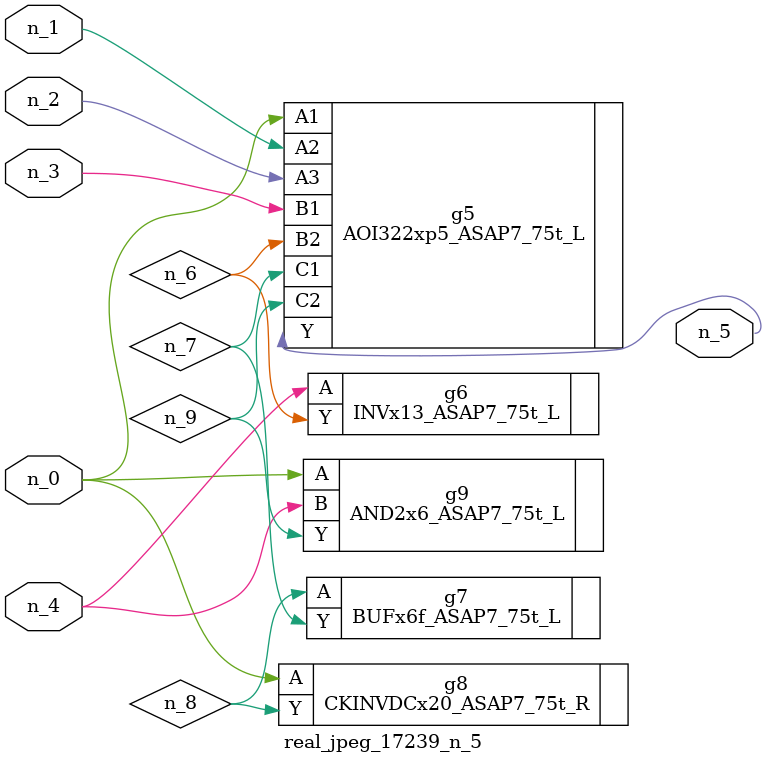
<source format=v>
module real_jpeg_17239_n_5 (n_4, n_0, n_1, n_2, n_3, n_5);

input n_4;
input n_0;
input n_1;
input n_2;
input n_3;

output n_5;

wire n_8;
wire n_6;
wire n_7;
wire n_9;

AOI322xp5_ASAP7_75t_L g5 ( 
.A1(n_0),
.A2(n_1),
.A3(n_2),
.B1(n_3),
.B2(n_6),
.C1(n_7),
.C2(n_9),
.Y(n_5)
);

CKINVDCx20_ASAP7_75t_R g8 ( 
.A(n_0),
.Y(n_8)
);

AND2x6_ASAP7_75t_L g9 ( 
.A(n_0),
.B(n_4),
.Y(n_9)
);

INVx13_ASAP7_75t_L g6 ( 
.A(n_4),
.Y(n_6)
);

BUFx6f_ASAP7_75t_L g7 ( 
.A(n_8),
.Y(n_7)
);


endmodule
</source>
